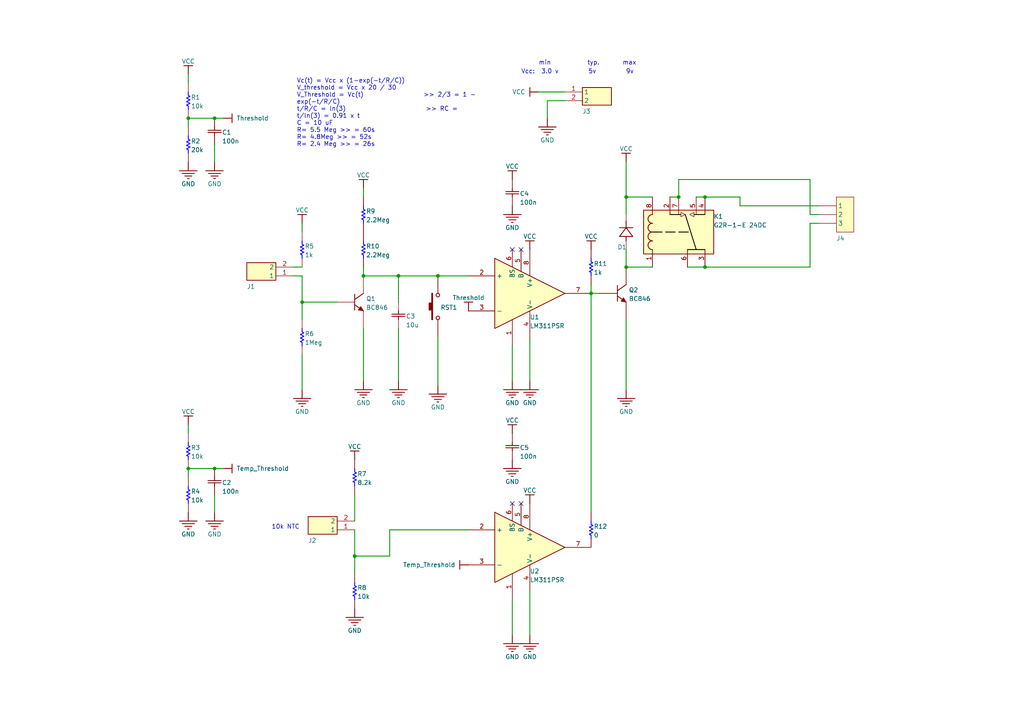
<source format=kicad_sch>
(kicad_sch (version 20230121) (generator eeschema)
  (paper "A4")
  (lib_symbols
    (symbol "MainSheet-altium-import:GND" (power)
      (property "Reference" "#PWR" (at 0 0 0))
      (property "Value" "GND" (at 0 6.35 0))
      (symbol "GND_0_0"
        (polyline (pts (xy -2.54 -2.54) (xy 2.54 -2.54)) (stroke (width 0.254)))
        (polyline (pts (xy -1.778 -3.302) (xy 1.778 -3.302)) (stroke (width 0.254)))
        (polyline (pts (xy -1.016 -4.064) (xy 1.016 -4.064)) (stroke (width 0.254)))
        (polyline (pts (xy -0.254 -4.826) (xy 0.254 -4.826)) (stroke (width 0.254)))
        (polyline (pts (xy 0 0) (xy 0 -2.54)) (stroke (width 0.254)))
        (pin power_in line (at 0 0 0) (length 0) hide (name "GND") (number ""))
      )
    )
    (symbol "MainSheet-altium-import:Temp_Threshold" (power)
      (property "Reference" "#PWR" (at 0 0 0))
      (property "Value" "Temp_Threshold" (at 0 3.81 0))
      (symbol "Temp_Threshold_0_0"
        (polyline (pts (xy -1.27 -2.54) (xy 1.27 -2.54)) (stroke (width 0.254)))
        (polyline (pts (xy 0 0) (xy 0 -2.54)) (stroke (width 0.254)))
        (pin power_in line (at 0 0 0) (length 0) hide (name "Temp_Threshold") (number ""))
      )
    )
    (symbol "MainSheet-altium-import:Threshold" (power)
      (property "Reference" "#PWR" (at 0 0 0))
      (property "Value" "Threshold" (at 0 3.81 0))
      (symbol "Threshold_0_0"
        (polyline (pts (xy -1.27 -2.54) (xy 1.27 -2.54)) (stroke (width 0.254)))
        (polyline (pts (xy 0 0) (xy 0 -2.54)) (stroke (width 0.254)))
        (pin power_in line (at 0 0 0) (length 0) hide (name "Threshold") (number ""))
      )
    )
    (symbol "MainSheet-altium-import:VCC" (power)
      (property "Reference" "#PWR" (at 0 0 0))
      (property "Value" "VCC" (at 0 3.81 0))
      (symbol "VCC_0_0"
        (polyline (pts (xy -1.27 -2.54) (xy 1.27 -2.54)) (stroke (width 0.254)))
        (polyline (pts (xy 0 0) (xy 0 -2.54)) (stroke (width 0.254)))
        (pin power_in line (at 0 0 0) (length 0) hide (name "VCC") (number ""))
      )
    )
    (symbol "MainSheet-altium-import:root_0_B2B-PH-K-S(LF)(SN)"
      (symbol "root_0_B2B-PH-K-S(LF)(SN)_1_0"
        (rectangle (start 8.414 1.27) (end 0 -3.81) (stroke (width 0.254)) (fill (type background)))
        (pin passive line (at -5.08 0 0) (length 5.08) (name "1") (number "1"))
        (pin passive line (at -5.08 -2.54 0) (length 5.08) (name "2") (number "2"))
      )
    )
    (symbol "MainSheet-altium-import:root_0_BC846"
      (symbol "root_0_BC846_1_0"
        (polyline (pts (xy 0 -3.302) (xy 2.54 -5.08)) (stroke (width 0.254)))
        (polyline (pts (xy 0 -0.254) (xy 0 -4.826)) (stroke (width 0.254)))
        (polyline (pts (xy 2.54 0) (xy 0 -1.778)) (stroke (width 0.254)))
        (polyline (pts (xy 2.54 -5.08) (xy 1.778 -3.81) (xy 1.016 -4.826) (xy 2.54 -5.08)) (fill (type outline)))
        (pin passive line (at -5.08 -2.54 0) (length 5.08) (name "B") (number "1"))
        (pin passive line (at 2.54 -10.16 90) (length 5.08) (name "E") (number "2"))
        (pin passive line (at 2.54 5.08 270) (length 5.08) (name "C") (number "3"))
      )
    )
    (symbol "MainSheet-altium-import:root_0_LM311PSR"
      (symbol "root_0_LM311PSR_1_0"
        (polyline (pts (xy 0 10.16) (xy 0 -10.16) (xy 20.32 0) (xy 0 10.16)) (stroke (width 0.254)) (fill (type background)))
        (pin power_in line (at 5.08 -15.24 90) (length 7.62) (name "EMITOUT") (number "1"))
        (pin input line (at -7.62 5.08 0) (length 7.62) (name "+") (number "2"))
        (pin input line (at -7.62 -5.08 0) (length 7.62) (name "-") (number "3"))
        (pin power_in line (at 10.16 -12.7 90) (length 7.62) (name "V-") (number "4"))
        (pin passive line (at 7.62 12.7 270) (length 6.35) (name "B") (number "5"))
        (pin passive line (at 5.08 12.7 270) (length 5.08) (name "BS") (number "6"))
        (pin open_collector line (at 27.94 0 180) (length 7.62) (name "COLOUT") (number "7"))
        (pin power_in line (at 10.16 12.7 270) (length 7.62) (name "V+") (number "8"))
      )
    )
    (symbol "MainSheet-altium-import:root_0_Switch PB"
      (symbol "root_0_Switch PB_1_0"
        (polyline (pts (xy -1.778 5.08) (xy -1.524 5.08) (xy -1.524 12.7) (xy -1.778 12.7) (xy -1.778 9.906) (xy -2.54 9.906) (xy -2.54 7.874) (xy -1.778 7.874) (xy -1.778 5.08)) (stroke (width 0.254)) (fill (type outline)))
        (circle (center 0 5.588) (radius 0.508) (stroke (width 0.254)))
        (circle (center 0 12.192) (radius 0.508) (stroke (width 0.254)))
        (pin passive line (at 0 0 90) (length 5.08) (name "1") (number "1"))
        (pin passive line (at 0 17.78 270) (length 5.08) (name "2") (number "2"))
      )
    )
    (symbol "MainSheet-altium-import:root_1_1N4148WSF-7"
      (symbol "root_1_1N4148WSF-7_1_0"
        (polyline (pts (xy -1.905 3.81) (xy 1.905 3.81)) (stroke (width 0.254)))
        (polyline (pts (xy 0 3.81) (xy 0 2.54)) (stroke (width 0.254)))
        (polyline (pts (xy 0 6.35) (xy -1.905 3.81)) (stroke (width 0.254)))
        (polyline (pts (xy 0 6.35) (xy 0 8.255)) (stroke (width 0.254)))
        (polyline (pts (xy 1.905 3.81) (xy 0 6.35)) (stroke (width 0.254)))
        (polyline (pts (xy 1.905 6.35) (xy -1.905 6.35)) (stroke (width 0.254)))
        (pin passive line (at 0 10.16 270) (length 2.54) (name "1") (number "1"))
        (pin passive line (at 0 0 90) (length 2.54) (name "2") (number "2"))
      )
    )
    (symbol "MainSheet-altium-import:root_1_C0603C106M7PACTU"
      (symbol "root_1_C0603C106M7PACTU_1_0"
        (polyline (pts (xy 0 2.54) (xy 0 3.48)) (stroke (width 0.254)))
        (polyline (pts (xy 0 4.115) (xy 0 5.08)) (stroke (width 0.254)))
        (polyline (pts (xy 1.905 3.48) (xy -1.905 3.48)) (stroke (width 0.254)))
        (polyline (pts (xy 1.905 4.115) (xy -1.905 4.115)) (stroke (width 0.254)))
        (pin passive line (at 0 0 90) (length 2.54) (name "1") (number "1"))
        (pin passive line (at 0 7.62 270) (length 2.54) (name "2") (number "2"))
      )
    )
    (symbol "MainSheet-altium-import:root_1_G2R-1-E 24DC"
      (symbol "root_1_G2R-1-E 24DC_1_0"
        (arc (start 0 -2.54) (mid -1.2645 -3.81) (end 0 -5.08) (stroke (width 0.254)))
        (arc (start 0 0) (mid -1.2645 -1.27) (end 0 -2.54) (stroke (width 0.254)))
        (polyline (pts (xy 0 0) (xy 11.176 0)) (stroke (width 0.254) (type dash) (color 0 0 0 1)))
        (polyline (pts (xy 8.255 5.08) (xy 5.08 5.08)) (stroke (width 0.254) (color 0 0 0 1)))
        (polyline (pts (xy 12.7 -5.08) (xy 9.525 5.08)) (stroke (width 0.254) (color 0 0 0 1)))
        (polyline (pts (xy 15.24 -5.08) (xy 10.16 -5.08)) (stroke (width 0.254) (color 0 0 0 1)))
        (polyline (pts (xy 15.24 5.08) (xy 12.065 5.08)) (stroke (width 0.254) (color 0 0 0 1)))
        (polyline (pts (xy 8.255 4.445) (xy 8.255 5.715) (xy 9.525 5.08) (xy 8.255 4.445)) (fill (type background)))
        (polyline (pts (xy 12.065 5.715) (xy 12.065 4.445) (xy 10.795 5.08) (xy 12.065 5.715)) (fill (type background)))
        (arc (start 0 2.54) (mid -1.2645 1.27) (end 0 0) (stroke (width 0.254)))
        (arc (start 0 5.08) (mid -1.2645 3.81) (end 0 2.54) (stroke (width 0.254)))
        (rectangle (start 17.78 6.35) (end -2.54 -6.35) (stroke (width 0.254)) (fill (type background)))
        (pin passive line (at 0 -10.16 90) (length 5.08) (name "1") (number "1"))
        (pin passive line (at 5.08 10.16 270) (length 5.08) (name "2") (number "2"))
        (pin passive line (at 15.24 -10.16 90) (length 5.08) (name "3") (number "3"))
        (pin passive line (at 15.24 10.16 270) (length 5.08) (name "4") (number "4"))
        (pin passive line (at 12.7 10.16 270) (length 5.08) (name "5") (number "5"))
        (pin passive line (at 10.16 -10.16 90) (length 5.08) (name "6") (number "6"))
        (pin passive line (at 7.62 10.16 270) (length 5.08) (name "7") (number "7"))
        (pin passive line (at 0 10.16 270) (length 5.08) (name "8") (number "8"))
      )
    )
    (symbol "MainSheet-altium-import:root_1_RES 0805 0.125W"
      (symbol "root_1_RES 0805 0.125W_1_0"
        (polyline (pts (xy 0 -2.54) (xy 0 -1.524) (xy -0.508 -1.27) (xy 0.508 -0.762) (xy -0.508 -0.254) (xy 0.508 0.254) (xy -0.508 0.762) (xy 0.508 1.27) (xy 0 1.524) (xy 0 2.54)) (stroke (width 0.254) (color 0 0 255 1)))
        (pin passive line (at 0 5.08 270) (length 2.54) (name "1") (number "1"))
        (pin passive line (at 0 -5.08 90) (length 2.54) (name "2") (number "2"))
      )
    )
    (symbol "MainSheet-altium-import:root_2_3Pin Terminal"
      (symbol "root_2_3Pin Terminal_1_0"
        (rectangle (start 5.08 5.08) (end 0 -5.08) (fill (type background)))
        (pin passive line (at -5.08 2.54 0) (length 5.08) (name "1") (number "1"))
        (pin passive line (at -5.08 0 0) (length 5.08) (name "2") (number "2"))
        (pin passive line (at -5.08 -2.54 0) (length 5.08) (name "3") (number "3"))
      )
    )
    (symbol "MainSheet-altium-import:root_2_B2B-PH-K-S(LF)(SN)"
      (symbol "root_2_B2B-PH-K-S(LF)(SN)_1_0"
        (rectangle (start 0 3.81) (end -8.414 -1.27) (stroke (width 0.254)) (fill (type background)))
        (pin passive line (at 5.08 0 180) (length 5.08) (name "1") (number "1"))
        (pin passive line (at 5.08 2.54 180) (length 5.08) (name "2") (number "2"))
      )
    )
    (symbol "MainSheet-altium-import:root_3_RES 0805 0.125W"
      (symbol "root_3_RES 0805 0.125W_1_0"
        (polyline (pts (xy 0 2.54) (xy 0 1.524) (xy 0.508 1.27) (xy -0.508 0.762) (xy 0.508 0.254) (xy -0.508 -0.254) (xy 0.508 -0.762) (xy -0.508 -1.27) (xy 0 -1.524) (xy 0 -2.54)) (stroke (width 0.254) (color 0 0 255 1)))
        (pin passive line (at 0 -5.08 90) (length 2.54) (name "1") (number "1"))
        (pin passive line (at 0 5.08 270) (length 2.54) (name "2") (number "2"))
      )
    )
  )
  (junction (at 62.23 135.89))
  (junction (at 54.61 135.89))
  (junction (at 204.47 77.47))
  (junction (at 127 80.01))
  (junction (at 54.61 34.29))
  (junction (at 171.45 85.09))
  (junction (at 196.85 57.15))
  (junction (at 181.61 57.15))
  (junction (at 115.57 80.01))
  (junction (at 181.61 77.47))
  (junction (at 204.47 57.15))
  (junction (at 87.63 87.63))
  (junction (at 105.41 80.01))
  (junction (at 102.87 161.29))
  (junction (at 62.23 34.29))
  (no_connect (at 148.59 72.39))
  (no_connect (at 148.59 146.05))
  (no_connect (at 151.13 146.05))
  (no_connect (at 151.13 72.39))
  (wire (pts (xy 194.31 57.15) (xy 196.85 57.15)) (stroke (width 0.254)))
  (wire (pts (xy 62.23 46.99) (xy 62.23 41.91)) (stroke (width 0.254)))
  (wire (pts (xy 204.47 77.47) (xy 199.39 77.47)) (stroke (width 0.254)))
  (wire (pts (xy 148.59 110.49) (xy 148.59 100.33)) (stroke (width 0.254)))
  (wire (pts (xy 181.61 46.99) (xy 181.61 57.15)) (stroke (width 0.254)))
  (wire (pts (xy 113.03 161.29) (xy 102.87 161.29)) (stroke (width 0.254)))
  (wire (pts (xy 87.63 64.77) (xy 87.63 67.31)) (stroke (width 0.254)))
  (wire (pts (xy 62.23 148.59) (xy 62.23 143.51)) (stroke (width 0.254)))
  (wire (pts (xy 54.61 21.59) (xy 54.61 24.13)) (stroke (width 0.254)))
  (wire (pts (xy 214.63 57.15) (xy 204.47 57.15)) (stroke (width 0.254)))
  (wire (pts (xy 115.57 110.49) (xy 115.57 95.25)) (stroke (width 0.254)))
  (wire (pts (xy 105.41 110.49) (xy 105.41 95.25)) (stroke (width 0.254)))
  (wire (pts (xy 62.23 135.89) (xy 64.77 135.89)) (stroke (width 0.254)))
  (wire (pts (xy 204.47 57.15) (xy 201.93 57.15)) (stroke (width 0.254)))
  (wire (pts (xy 156.21 26.67) (xy 163.83 26.67)) (stroke (width 0.254)))
  (wire (pts (xy 171.45 82.55) (xy 171.45 85.09)) (stroke (width 0.254)))
  (wire (pts (xy 54.61 123.19) (xy 54.61 125.73)) (stroke (width 0.254)))
  (wire (pts (xy 158.75 29.21) (xy 163.83 29.21)) (stroke (width 0.254)))
  (wire (pts (xy 87.63 92.71) (xy 87.63 87.63)) (stroke (width 0.254)))
  (wire (pts (xy 87.63 87.63) (xy 97.79 87.63)) (stroke (width 0.254)))
  (wire (pts (xy 153.67 110.49) (xy 153.67 97.79)) (stroke (width 0.254)))
  (wire (pts (xy 148.59 184.15) (xy 148.59 173.99)) (stroke (width 0.254)))
  (wire (pts (xy 62.23 34.29) (xy 64.77 34.29)) (stroke (width 0.254)))
  (wire (pts (xy 102.87 161.29) (xy 102.87 166.37)) (stroke (width 0.254)))
  (wire (pts (xy 115.57 80.01) (xy 105.41 80.01)) (stroke (width 0.254)))
  (wire (pts (xy 54.61 135.89) (xy 62.23 135.89)) (stroke (width 0.254)))
  (wire (pts (xy 214.63 59.69) (xy 214.63 57.15)) (stroke (width 0.254)))
  (wire (pts (xy 135.89 80.01) (xy 127 80.01)) (stroke (width 0.254)))
  (wire (pts (xy 153.67 184.15) (xy 153.67 171.45)) (stroke (width 0.254)))
  (wire (pts (xy 113.03 153.67) (xy 113.03 161.29)) (stroke (width 0.254)))
  (wire (pts (xy 171.45 148.59) (xy 171.45 85.09)) (stroke (width 0.254)))
  (wire (pts (xy 234.95 64.77) (xy 234.95 77.47)) (stroke (width 0.254)))
  (wire (pts (xy 87.63 87.63) (xy 87.63 80.01)) (stroke (width 0.254)))
  (wire (pts (xy 158.75 34.29) (xy 158.75 29.21)) (stroke (width 0.254)))
  (wire (pts (xy 54.61 36.83) (xy 54.61 34.29)) (stroke (width 0.254)))
  (wire (pts (xy 127 111.76) (xy 127 97.79)) (stroke (width 0.254)))
  (wire (pts (xy 54.61 138.43) (xy 54.61 135.89)) (stroke (width 0.254)))
  (wire (pts (xy 234.95 77.47) (xy 204.47 77.47)) (stroke (width 0.254)))
  (wire (pts (xy 135.89 153.67) (xy 113.03 153.67)) (stroke (width 0.254)))
  (wire (pts (xy 237.49 64.77) (xy 234.95 64.77)) (stroke (width 0.254)))
  (wire (pts (xy 115.57 87.63) (xy 115.57 80.01)) (stroke (width 0.254)))
  (wire (pts (xy 54.61 34.29) (xy 62.23 34.29)) (stroke (width 0.254)))
  (wire (pts (xy 105.41 54.61) (xy 105.41 57.15)) (stroke (width 0.254)))
  (wire (pts (xy 87.63 113.03) (xy 87.63 102.87)) (stroke (width 0.254)))
  (wire (pts (xy 234.95 62.23) (xy 237.49 62.23)) (stroke (width 0.254)))
  (wire (pts (xy 171.45 85.09) (xy 173.99 85.09)) (stroke (width 0.254)))
  (wire (pts (xy 196.85 57.15) (xy 196.85 52.07)) (stroke (width 0.254)))
  (wire (pts (xy 196.85 52.07) (xy 234.95 52.07)) (stroke (width 0.254)))
  (wire (pts (xy 127 80.01) (xy 115.57 80.01)) (stroke (width 0.254)))
  (wire (pts (xy 234.95 52.07) (xy 234.95 62.23)) (stroke (width 0.254)))
  (wire (pts (xy 181.61 62.23) (xy 181.61 57.15)) (stroke (width 0.254)))
  (wire (pts (xy 102.87 151.13) (xy 102.87 143.51)) (stroke (width 0.254)))
  (wire (pts (xy 181.61 113.03) (xy 181.61 92.71)) (stroke (width 0.254)))
  (wire (pts (xy 181.61 72.39) (xy 181.61 77.47)) (stroke (width 0.254)))
  (wire (pts (xy 102.87 153.67) (xy 102.87 161.29)) (stroke (width 0.254)))
  (wire (pts (xy 181.61 77.47) (xy 189.23 77.47)) (stroke (width 0.254)))
  (wire (pts (xy 85.09 77.47) (xy 87.63 77.47)) (stroke (width 0.254)))
  (wire (pts (xy 105.41 77.47) (xy 105.41 80.01)) (stroke (width 0.254)))
  (wire (pts (xy 181.61 57.15) (xy 189.23 57.15)) (stroke (width 0.254)))
  (wire (pts (xy 87.63 80.01) (xy 85.09 80.01)) (stroke (width 0.254)))
  (wire (pts (xy 237.49 59.69) (xy 214.63 59.69)) (stroke (width 0.254)))
  (text_box "Vc(t) = Vcc x (1-exp(-t/R/C)) \nV_threshold = Vcc x 20 / 30 \nV_Threshold = Vc(t)                  >> 2/3 = 1 - exp(-t/R/C) \nt/R/C = ln(3)                        >> RC = t/ln(3) = 0.91 x t \nC = 10 uF \nR= 5.5 Meg >> = 60s \nR= 4.8Meg >> = 52s \nR= 2.4 Meg >> = 26s" (at 140.97 21.59 0) (size -55.88 27.94) (stroke (width -0.0001) (color 0 0 0 1)) (effects (font (size 1.27 1.27)) (justify left top)))
  (text "min           typ.       max" (at 156.21 19.05 0) (effects (font (size 1.27 1.27)) (justify left bottom)))
  (text "Vcc:  3.0 v         5v         9v" (at 151.13 21.59 0) (effects (font (size 1.27 1.27)) (justify left bottom)))
  (text "10k NTC" (at 78.74 153.67 0) (effects (font (size 1.27 1.27)) (justify left bottom)))
  (symbol (lib_id "MainSheet-altium-import:GND") (at 153.67 110.49 0) (unit 1)
    (property "Reference" "#PWR026" (effects hide))
    (property "Value" "GND" (at 153.67 116.84 0))
  )
  (symbol (lib_id "MainSheet-altium-import:root_1_C0603C106M7PACTU") (at 62.23 143.51 0) (unit 1)
    (property "Reference" "C2" (at 64.389 140.716 0) (effects (justify left bottom)))
    (property "Value" "100n" (at 64.389 143.256 0) (effects (justify left bottom)))
    (property "Footprint" "CAPC180100_90N_KEM-M" (effects hide))
    (property "MFR_NAME" "Kemet" (effects hide))
    (property "COMPONENTLINK1DESCRIPTION" "ickala" (effects hide))
    (property "COMPONENTLINK1URL" "https://ickala.com/cap-smd-0603/11911-c100nf50vs0603.html" (effects hide))
    (property "FOOTPRINT" "0603" (effects hide))
  )
  (symbol (lib_id "MainSheet-altium-import:root_1_C0603C106M7PACTU") (at 148.59 59.69 0) (unit 1)
    (property "Reference" "C4" (at 150.749 56.896 0) (effects (justify left bottom)))
    (property "Value" "100n" (at 150.749 59.436 0) (effects (justify left bottom)))
    (property "Footprint" "CAPC180100_90N_KEM-M" (effects hide))
    (property "MFR_NAME" "Kemet" (effects hide))
    (property "COMPONENTLINK1DESCRIPTION" "ickala" (effects hide))
    (property "COMPONENTLINK1URL" "https://ickala.com/cap-smd-0603/11911-c100nf50vs0603.html" (effects hide))
    (property "FOOTPRINT" "0603" (effects hide))
  )
  (symbol (lib_id "MainSheet-altium-import:GND") (at 148.59 133.35 0) (unit 1)
    (property "Reference" "#PWR023" (effects hide))
    (property "Value" "GND" (at 148.59 139.7 0))
  )
  (symbol (lib_id "MainSheet-altium-import:root_3_RES 0805 0.125W") (at 102.87 138.43 0) (unit 1)
    (property "Reference" "R7" (at 103.632 138.176 0) (effects (justify left bottom)))
    (property "Value" "8.2k" (at 103.632 140.716 0) (effects (justify left bottom)))
    (property "Footprint" "RESC3413X04N" (effects hide))
    (property "DESC." "RES SMD 0805" (effects hide))
    (property "COMPONENTLINK1DESCRIPTION" "ickala" (effects hide))
    (property "COMPONENTLINK1URL" "https://ickala.com/r0805-5/14349-r82k-0805-5.html" (effects hide))
  )
  (symbol (lib_id "MainSheet-altium-import:root_1_RES 0805 0.125W") (at 87.63 97.79 0) (unit 1)
    (property "Reference" "R6" (at 88.392 97.536 0) (effects (justify left bottom)))
    (property "Value" "1Meg" (at 88.392 100.076 0) (effects (justify left bottom)))
    (property "Footprint" "RESC3413X04N" (effects hide))
    (property "DESC." "RES SMD 0805" (effects hide))
    (property "COMPONENTLINK1DESCRIPTION" "ickala" (effects hide))
    (property "COMPONENTLINK1URL" "https://ickala.com/r0805-5/14268-r1m-0805-5.html" (effects hide))
    (property "FOOTPRINT" "0803" (effects hide))
  )
  (symbol (lib_id "MainSheet-altium-import:VCC") (at 148.59 52.07 180) (unit 1)
    (property "Reference" "#PWR019" (effects hide))
    (property "Value" "VCC" (at 148.59 48.26 0))
  )
  (symbol (lib_id "MainSheet-altium-import:VCC") (at 87.63 64.77 180) (unit 1)
    (property "Reference" "#PWR09" (effects hide))
    (property "Value" "VCC" (at 87.63 60.96 0))
  )
  (symbol (lib_id "MainSheet-altium-import:root_1_RES 0805 0.125W") (at 105.41 62.23 0) (unit 1)
    (property "Reference" "R9" (at 106.172 61.976 0) (effects (justify left bottom)))
    (property "Value" "2.2Meg" (at 106.172 64.516 0) (effects (justify left bottom)))
    (property "Footprint" "RESC3413X04N" (effects hide))
    (property "DESC." "RES SMD 0805" (effects hide))
    (property "COMPONENTLINK1DESCRIPTION" "ic kala" (effects hide))
    (property "COMPONENTLINK1URL" "https://ickala.com/r0805-5/14271-r22m-0805-5.html" (effects hide))
    (property "FOOTPRINT" "0805" (effects hide))
  )
  (symbol (lib_id "MainSheet-altium-import:Temp_Threshold") (at 64.77 135.89 90) (unit 1)
    (property "Reference" "#PWR08" (effects hide))
    (property "Value" "Temp_Threshold" (at 68.58 135.89 90) (effects (justify right)))
  )
  (symbol (lib_id "MainSheet-altium-import:Threshold") (at 64.77 34.29 90) (unit 1)
    (property "Reference" "#PWR07" (effects hide))
    (property "Value" "Threshold" (at 68.58 34.29 90) (effects (justify right)))
  )
  (symbol (lib_id "MainSheet-altium-import:GND") (at 54.61 148.59 0) (unit 1)
    (property "Reference" "#PWR04" (effects hide))
    (property "Value" "GND" (at 54.61 154.94 0))
  )
  (symbol (lib_id "MainSheet-altium-import:root_1_G2R-1-E 24DC") (at 189.23 67.31 0) (unit 1)
    (property "Reference" "K1" (at 207.01 63.5 0) (effects (justify left bottom)))
    (property "Value" "G2R-1-E 24DC" (at 207.01 66.04 0) (effects (justify left bottom)))
    (property "Footprint" "RELAY_G2R-1-E_OMR" (effects hide))
    (property "MFR_NAME" "Omron" (effects hide))
    (property "REFDES" "RefDes" (effects hide))
    (property "TYPE" "Type" (effects hide))
    (property "COMPONENTLINK1DESCRIPTION" "ickala" (effects hide))
    (property "COMPONENTLINK1URL" "https://ickala.com/5v-relay/43074-g2r-1-e-5vdc.html" (effects hide))
  )
  (symbol (lib_id "MainSheet-altium-import:root_0_Switch PB") (at 127 97.79 0) (unit 1)
    (property "Reference" "RST1" (at 127.762 89.916 0) (effects (justify left bottom)))
    (property "Value" "Zero" (effects hide))
    (property "Footprint" "Switch - Push to On" (effects hide))
  )
  (symbol (lib_id "MainSheet-altium-import:root_1_RES 0805 0.125W") (at 105.41 72.39 0) (unit 1)
    (property "Reference" "R10" (at 106.172 72.136 0) (effects (justify left bottom)))
    (property "Value" "2.2Meg" (at 106.172 74.676 0) (effects (justify left bottom)))
    (property "Footprint" "RESC3413X04N" (effects hide))
    (property "DESC." "RES SMD 0805" (effects hide))
    (property "COMPONENTLINK1DESCRIPTION" "ic kala" (effects hide))
    (property "COMPONENTLINK1URL" "https://ickala.com/r0805-5/14271-r22m-0805-5.html" (effects hide))
    (property "FOOTPRINT" "0805" (effects hide))
  )
  (symbol (lib_id "MainSheet-altium-import:root_1_C0603C106M7PACTU") (at 62.23 41.91 0) (unit 1)
    (property "Reference" "C1" (at 64.389 39.116 0) (effects (justify left bottom)))
    (property "Value" "100n" (at 64.389 41.656 0) (effects (justify left bottom)))
    (property "Footprint" "CAPC180100_90N_KEM-M" (effects hide))
    (property "MFR_NAME" "Kemet" (effects hide))
    (property "COMPONENTLINK1DESCRIPTION" "ickala" (effects hide))
    (property "COMPONENTLINK1URL" "https://ickala.com/cap-smd-0603/11911-c100nf50vs0603.html" (effects hide))
    (property "FOOTPRINT" "0603" (effects hide))
  )
  (symbol (lib_id "MainSheet-altium-import:VCC") (at 156.21 26.67 270) (unit 1)
    (property "Reference" "#PWR029" (effects hide))
    (property "Value" "VCC" (at 152.4 26.67 90) (effects (justify right)))
  )
  (symbol (lib_id "MainSheet-altium-import:root_2_B2B-PH-K-S(LF)(SN)") (at 80.01 80.01 0) (unit 1)
    (property "Reference" "J1" (at 71.596 83.82 0) (effects (justify left bottom)))
    (property "Value" "B2B-PH-K-S(LF)(SN)" (effects hide))
    (property "Footprint" "JST_B2B-PH-K-S(LF)(SN)" (effects hide))
    (property "SNAPEDA_LINK" "https://www.snapeda.com/parts/B2B-PH-K-S%20(LF)(SN)/JST/view-part/?ref=snap" (effects hide))
    (property "PACKAGE" "None" (effects hide))
    (property "ALTIUM_VALUE" "*" (effects hide))
    (property "MF" "JST" (effects hide))
    (property "MP" "B2B-PH-K-S (LF)(SN)" (effects hide))
    (property "CHECK_PRICES" "https://www.snapeda.com/parts/B2B-PH-K-S%20(LF)(SN)/JST/view-part/?ref=eda" (effects hide))
  )
  (symbol (lib_id "MainSheet-altium-import:root_1_C0603C106M7PACTU") (at 115.57 95.25 0) (unit 1)
    (property "Reference" "C3" (at 117.729 92.456 0) (effects (justify left bottom)))
    (property "Value" "10u" (at 117.729 94.996 0) (effects (justify left bottom)))
    (property "Footprint" "CAPC180100_90N_KEM-M" (effects hide))
    (property "MFR_NAME" "Kemet" (effects hide))
    (property "COMPONENTLINK1DESCRIPTION" "ickala" (effects hide))
    (property "COMPONENTLINK1URL" "https://ickala.com/cap-smd-0603/17293-c10uf50vs0603.html" (effects hide))
    (property "FOOTPRINT" "0603" (effects hide))
  )
  (symbol (lib_id "MainSheet-altium-import:VCC") (at 148.59 125.73 180) (unit 1)
    (property "Reference" "#PWR022" (effects hide))
    (property "Value" "VCC" (at 148.59 121.92 0))
  )
  (symbol (lib_id "MainSheet-altium-import:VCC") (at 54.61 123.19 180) (unit 1)
    (property "Reference" "#PWR03" (effects hide))
    (property "Value" "VCC" (at 54.61 119.38 0))
  )
  (symbol (lib_id "MainSheet-altium-import:Temp_Threshold") (at 135.89 163.83 270) (unit 1)
    (property "Reference" "#PWR018" (effects hide))
    (property "Value" "Temp_Threshold" (at 132.08 163.83 90) (effects (justify right)))
  )
  (symbol (lib_id "MainSheet-altium-import:root_3_RES 0805 0.125W") (at 54.61 130.81 0) (unit 1)
    (property "Reference" "R3" (at 55.372 130.556 0) (effects (justify left bottom)))
    (property "Value" "10k" (at 55.372 133.096 0) (effects (justify left bottom)))
    (property "Footprint" "RESC3413X04N" (effects hide))
    (property "DESC." "RES SMD 0805" (effects hide))
    (property "COMPONENTLINK1DESCRIPTION" "ickala" (effects hide))
    (property "COMPONENTLINK1URL" "https://ickala.com/r0805-5/12395-r10k-0805-5.html" (effects hide))
  )
  (symbol (lib_id "MainSheet-altium-import:GND") (at 115.57 110.49 0) (unit 1)
    (property "Reference" "#PWR015" (effects hide))
    (property "Value" "GND" (at 115.57 116.84 0))
  )
  (symbol (lib_id "MainSheet-altium-import:root_0_LM311PSR") (at 143.51 85.09 0) (unit 1)
    (property "Reference" "U1" (at 153.67 92.71 0) (effects (justify left bottom)))
    (property "Value" "LM311PSR" (at 153.67 95.25 0) (effects (justify left bottom)))
    (property "Footprint" "SO-8_STM-L" (effects hide))
    (property "MFR_NAME" "Texas Instruments" (effects hide))
    (property "REFDES" "RefDes" (effects hide))
    (property "TYPE" "Type" (effects hide))
    (property "COMPONENTLINK1DESCRIPTION" "ic kala" (effects hide))
    (property "COMPONENTLINK1URL" "https://ickala.com/ic-comarators/24740-lm311dr.html" (effects hide))
  )
  (symbol (lib_id "MainSheet-altium-import:root_1_C0603C106M7PACTU") (at 148.59 133.35 0) (unit 1)
    (property "Reference" "C5" (at 150.749 130.556 0) (effects (justify left bottom)))
    (property "Value" "100n" (at 150.749 133.096 0) (effects (justify left bottom)))
    (property "Footprint" "CAPC180100_90N_KEM-M" (effects hide))
    (property "MFR_NAME" "Kemet" (effects hide))
    (property "COMPONENTLINK1DESCRIPTION" "ickala" (effects hide))
    (property "COMPONENTLINK1URL" "https://ickala.com/cap-smd-0603/11911-c100nf50vs0603.html" (effects hide))
    (property "FOOTPRINT" "0603" (effects hide))
  )
  (symbol (lib_id "MainSheet-altium-import:root_0_LM311PSR") (at 143.51 158.75 0) (unit 1)
    (property "Reference" "U2" (at 153.67 166.37 0) (effects (justify left bottom)))
    (property "Value" "LM311PSR" (at 153.67 168.91 0) (effects (justify left bottom)))
    (property "Footprint" "SO-8_STM-L" (effects hide))
    (property "MFR_NAME" "Texas Instruments" (effects hide))
    (property "REFDES" "RefDes" (effects hide))
    (property "TYPE" "Type" (effects hide))
    (property "COMPONENTLINK1DESCRIPTION" "ic kala" (effects hide))
    (property "COMPONENTLINK1URL" "https://ickala.com/ic-comarators/24740-lm311dr.html" (effects hide))
  )
  (symbol (lib_id "MainSheet-altium-import:Threshold") (at 135.89 90.17 180) (unit 1)
    (property "Reference" "#PWR017" (effects hide))
    (property "Value" "Threshold" (at 135.89 86.36 0))
  )
  (symbol (lib_id "MainSheet-altium-import:GND") (at 127 111.76 0) (unit 1)
    (property "Reference" "#PWR016" (effects hide))
    (property "Value" "GND" (at 127 118.11 0))
  )
  (symbol (lib_id "MainSheet-altium-import:root_3_RES 0805 0.125W") (at 54.61 29.21 0) (unit 1)
    (property "Reference" "R1" (at 55.372 28.956 0) (effects (justify left bottom)))
    (property "Value" "10k" (at 55.372 31.496 0) (effects (justify left bottom)))
    (property "Footprint" "RESC3413X04N" (effects hide))
    (property "DESC." "RES SMD 0805" (effects hide))
    (property "COMPONENTLINK1DESCRIPTION" "ickala" (effects hide))
    (property "COMPONENTLINK1URL" "https://ickala.com/r0805-5/12395-r10k-0805-5.html" (effects hide))
  )
  (symbol (lib_id "MainSheet-altium-import:root_1_1N4148WSF-7") (at 181.61 72.39 0) (unit 1)
    (property "Reference" "D1" (at 179.07 72.39 0) (effects (justify left bottom)))
    (property "Value" "1N4148WSF-7" (effects hide))
    (property "Footprint" "SOD323F_DIO-L" (effects hide))
    (property "MFR_NAME" "Diodes Inc" (effects hide))
    (property "COMPONENTLINK1DESCRIPTION" "ickala" (effects hide))
    (property "COMPONENTLINK1URL" "https://ickala.com/standard-diode/39398-1n4148ws.html" (effects hide))
  )
  (symbol (lib_id "MainSheet-altium-import:root_3_RES 0805 0.125W") (at 171.45 153.67 0) (unit 1)
    (property "Reference" "R12" (at 172.212 153.416 0) (effects (justify left bottom)))
    (property "Value" "0" (at 172.212 155.956 0) (effects (justify left bottom)))
    (property "Footprint" "RESC3413X04N" (effects hide))
    (property "DESC." "RES SMD 0805" (effects hide))
    (property "COMPONENTLINK1DESCRIPTION" "Javan" (effects hide))
  )
  (symbol (lib_id "MainSheet-altium-import:GND") (at 62.23 46.99 0) (unit 1)
    (property "Reference" "#PWR05" (effects hide))
    (property "Value" "GND" (at 62.23 53.34 0))
  )
  (symbol (lib_id "MainSheet-altium-import:GND") (at 153.67 184.15 0) (unit 1)
    (property "Reference" "#PWR028" (effects hide))
    (property "Value" "GND" (at 153.67 190.5 0))
  )
  (symbol (lib_id "MainSheet-altium-import:root_3_RES 0805 0.125W") (at 54.61 143.51 0) (unit 1)
    (property "Reference" "R4" (at 55.372 143.256 0) (effects (justify left bottom)))
    (property "Value" "10k" (at 55.372 145.796 0) (effects (justify left bottom)))
    (property "Footprint" "RESC3413X04N" (effects hide))
    (property "DESC." "RES SMD 0805" (effects hide))
    (property "COMPONENTLINK1DESCRIPTION" "ickala" (effects hide))
    (property "COMPONENTLINK1URL" "https://ickala.com/r0805-5/12395-r10k-0805-5.html" (effects hide))
  )
  (symbol (lib_id "MainSheet-altium-import:GND") (at 148.59 59.69 0) (unit 1)
    (property "Reference" "#PWR020" (effects hide))
    (property "Value" "GND" (at 148.59 66.04 0))
  )
  (symbol (lib_id "MainSheet-altium-import:VCC") (at 181.61 46.99 180) (unit 1)
    (property "Reference" "#PWR032" (effects hide))
    (property "Value" "VCC" (at 181.61 43.18 0))
  )
  (symbol (lib_id "MainSheet-altium-import:VCC") (at 102.87 133.35 180) (unit 1)
    (property "Reference" "#PWR011" (effects hide))
    (property "Value" "VCC" (at 102.87 129.54 0))
  )
  (symbol (lib_id "MainSheet-altium-import:GND") (at 148.59 110.49 0) (unit 1)
    (property "Reference" "#PWR021" (effects hide))
    (property "Value" "GND" (at 148.59 116.84 0))
  )
  (symbol (lib_id "MainSheet-altium-import:root_0_BC846") (at 102.87 85.09 0) (unit 1)
    (property "Reference" "Q1" (at 106.172 87.376 0) (effects (justify left bottom)))
    (property "Value" "BC846" (at 106.172 89.916 0) (effects (justify left bottom)))
    (property "Footprint" "SOT23_N" (effects hide))
    (property "PACKAGEREFERENCE" "SOT23" (effects hide))
    (property "COMPONENTLINK1DESCRIPTION" "Javan" (effects hide))
    (property "COMPONENTLINK1URL" "https://www.javanelec.com/Shops?productCategory=884#dtl/7151" (effects hide))
    (property "COMPONENTLINK2DESCRIPTION" "Paya" (effects hide))
    (property "COMPONENTLINK2URL" "available" (effects hide))
    (property "COMPONENTLINK3DESCRIPTION" "ickala" (effects hide))
    (property "COMPONENTLINK3URL" "https://ickala.com/bjt-parts/12141-bc846b.html?search_query=BC846&results=1" (effects hide))
  )
  (symbol (lib_id "MainSheet-altium-import:GND") (at 105.41 110.49 0) (unit 1)
    (property "Reference" "#PWR014" (effects hide))
    (property "Value" "GND" (at 105.41 116.84 0))
  )
  (symbol (lib_id "MainSheet-altium-import:GND") (at 102.87 176.53 0) (unit 1)
    (property "Reference" "#PWR012" (effects hide))
    (property "Value" "GND" (at 102.87 182.88 0))
  )
  (symbol (lib_id "MainSheet-altium-import:root_3_RES 0805 0.125W") (at 102.87 171.45 0) (unit 1)
    (property "Reference" "R8" (at 103.632 171.196 0) (effects (justify left bottom)))
    (property "Value" "10k" (at 103.632 173.736 0) (effects (justify left bottom)))
    (property "Footprint" "RESC3413X04N" (effects hide))
    (property "DESC." "RES SMD 0805" (effects hide))
    (property "COMPONENTLINK1DESCRIPTION" "ickala" (effects hide))
    (property "COMPONENTLINK1URL" "https://ickala.com/r0805-5/12395-r10k-0805-5.html" (effects hide))
  )
  (symbol (lib_id "MainSheet-altium-import:VCC") (at 153.67 146.05 180) (unit 1)
    (property "Reference" "#PWR027" (effects hide))
    (property "Value" "VCC" (at 153.67 142.24 0))
  )
  (symbol (lib_id "MainSheet-altium-import:VCC") (at 54.61 21.59 180) (unit 1)
    (property "Reference" "#PWR01" (effects hide))
    (property "Value" "VCC" (at 54.61 17.78 0))
  )
  (symbol (lib_id "MainSheet-altium-import:VCC") (at 153.67 72.39 180) (unit 1)
    (property "Reference" "#PWR025" (effects hide))
    (property "Value" "VCC" (at 153.67 68.58 0))
  )
  (symbol (lib_id "MainSheet-altium-import:GND") (at 54.61 46.99 0) (unit 1)
    (property "Reference" "#PWR02" (effects hide))
    (property "Value" "GND" (at 54.61 53.34 0))
  )
  (symbol (lib_id "MainSheet-altium-import:GND") (at 148.59 184.15 0) (unit 1)
    (property "Reference" "#PWR024" (effects hide))
    (property "Value" "GND" (at 148.59 190.5 0))
  )
  (symbol (lib_id "MainSheet-altium-import:GND") (at 158.75 34.29 0) (unit 1)
    (property "Reference" "#PWR030" (effects hide))
    (property "Value" "GND" (at 158.75 40.64 0))
  )
  (symbol (lib_id "MainSheet-altium-import:root_0_B2B-PH-K-S(LF)(SN)") (at 168.91 26.67 0) (unit 1)
    (property "Reference" "J3" (at 168.91 33.02 0) (effects (justify left bottom)))
    (property "Value" "B2B-PH-K-S(LF)(SN)" (effects hide))
    (property "Footprint" "JST_B2B-PH-K-S(LF)(SN)" (effects hide))
    (property "SNAPEDA_LINK" "https://www.snapeda.com/parts/B2B-PH-K-S%20(LF)(SN)/JST/view-part/?ref=snap" (effects hide))
    (property "PACKAGE" "None" (effects hide))
    (property "ALTIUM_VALUE" "*" (effects hide))
    (property "MF" "JST" (effects hide))
    (property "MP" "B2B-PH-K-S (LF)(SN)" (effects hide))
    (property "CHECK_PRICES" "https://www.snapeda.com/parts/B2B-PH-K-S%20(LF)(SN)/JST/view-part/?ref=eda" (effects hide))
  )
  (symbol (lib_id "MainSheet-altium-import:GND") (at 181.61 113.03 0) (unit 1)
    (property "Reference" "#PWR033" (effects hide))
    (property "Value" "GND" (at 181.61 119.38 0))
  )
  (symbol (lib_id "MainSheet-altium-import:root_3_RES 0805 0.125W") (at 54.61 41.91 0) (unit 1)
    (property "Reference" "R2" (at 55.372 41.656 0) (effects (justify left bottom)))
    (property "Value" "20k" (at 55.372 44.196 0) (effects (justify left bottom)))
    (property "Footprint" "RESC3413X04N" (effects hide))
    (property "DESC." "RES SMD 0805" (effects hide))
    (property "COMPONENTLINK1DESCRIPTION" "ickala" (effects hide))
    (property "COMPONENTLINK1URL" "https://ickala.com/r0805-5/14277-r20k-0805-5.html" (effects hide))
  )
  (symbol (lib_id "MainSheet-altium-import:root_2_3Pin Terminal") (at 242.57 62.23 0) (unit 1)
    (property "Reference" "J4" (at 242.57 69.85 0) (effects (justify left bottom)))
    (property "Value" "2Pin Terminal" (effects hide))
    (property "Footprint" "KF301 2PIN" (effects hide))
    (property "COMPONENTLINK1DESCRIPTION" "ickala" (effects hide))
    (property "COMPONENTLINK1URL" "https://ickala.com/pluggable-terminal/44373-%D8%AA%D8%B1%D9%85%DB%8C%D9%86%D8%A7%D9%84-2-%D9%BE%DB%8C%DA%86.html" (effects hide))
  )
  (symbol (lib_id "MainSheet-altium-import:VCC") (at 171.45 72.39 180) (unit 1)
    (property "Reference" "#PWR031" (effects hide))
    (property "Value" "VCC" (at 171.45 68.58 0))
  )
  (symbol (lib_id "MainSheet-altium-import:GND") (at 87.63 113.03 0) (unit 1)
    (property "Reference" "#PWR010" (effects hide))
    (property "Value" "GND" (at 87.63 119.38 0))
  )
  (symbol (lib_id "MainSheet-altium-import:GND") (at 62.23 148.59 0) (unit 1)
    (property "Reference" "#PWR06" (effects hide))
    (property "Value" "GND" (at 62.23 154.94 0))
  )
  (symbol (lib_id "MainSheet-altium-import:VCC") (at 105.41 54.61 180) (unit 1)
    (property "Reference" "#PWR013" (effects hide))
    (property "Value" "VCC" (at 105.41 50.8 0))
  )
  (symbol (lib_id "MainSheet-altium-import:root_3_RES 0805 0.125W") (at 171.45 77.47 0) (unit 1)
    (property "Reference" "R11" (at 172.212 77.216 0) (effects (justify left bottom)))
    (property "Value" "1k" (at 172.212 79.756 0) (effects (justify left bottom)))
    (property "Footprint" "RESC3413X04N" (effects hide))
    (property "DESC." "RES SMD 0805" (effects hide))
    (property "COMPONENTLINK1DESCRIPTION" "Javan" (effects hide))
    (property "COMPONENTLINK1URL" "https://www.javanelec.com/Shops?searchFilter=BC856#dtl/3997" (effects hide))
  )
  (symbol (lib_id "MainSheet-altium-import:root_2_B2B-PH-K-S(LF)(SN)") (at 97.79 153.67 0) (unit 1)
    (property "Reference" "J2" (at 89.376 157.48 0) (effects (justify left bottom)))
    (property "Value" "B2B-PH-K-S(LF)(SN)" (effects hide))
    (property "Footprint" "JST_B2B-PH-K-S(LF)(SN)" (effects hide))
    (property "SNAPEDA_LINK" "https://www.snapeda.com/parts/B2B-PH-K-S%20(LF)(SN)/JST/view-part/?ref=snap" (effects hide))
    (property "PACKAGE" "None" (effects hide))
    (property "ALTIUM_VALUE" "*" (effects hide))
    (property "MF" "JST" (effects hide))
    (property "MP" "B2B-PH-K-S (LF)(SN)" (effects hide))
    (property "CHECK_PRICES" "https://www.snapeda.com/parts/B2B-PH-K-S%20(LF)(SN)/JST/view-part/?ref=eda" (effects hide))
  )
  (symbol (lib_id "MainSheet-altium-import:root_0_BC846") (at 179.07 82.55 0) (unit 1)
    (property "Reference" "Q2" (at 182.372 84.836 0) (effects (justify left bottom)))
    (property "Value" "BC846" (at 182.372 87.376 0) (effects (justify left bottom)))
    (property "Footprint" "SOT23_N" (effects hide))
    (property "PACKAGEREFERENCE" "SOT23" (effects hide))
    (property "COMPONENTLINK1DESCRIPTION" "Javan" (effects hide))
    (property "COMPONENTLINK1URL" "https://www.javanelec.com/Shops?productCategory=884#dtl/7151" (effects hide))
    (property "COMPONENTLINK2DESCRIPTION" "Paya" (effects hide))
    (property "COMPONENTLINK2URL" "available" (effects hide))
    (property "COMPONENTLINK3DESCRIPTION" "ickala" (effects hide))
    (property "COMPONENTLINK3URL" "https://ickala.com/bjt-parts/12141-bc846b.html?search_query=BC846&results=1" (effects hide))
  )
  (symbol (lib_id "MainSheet-altium-import:root_3_RES 0805 0.125W") (at 87.63 72.39 0) (unit 1)
    (property "Reference" "R5" (at 88.392 72.136 0) (effects (justify left bottom)))
    (property "Value" "1k" (at 88.392 74.676 0) (effects (justify left bottom)))
    (property "Footprint" "RESC3413X04N" (effects hide))
    (property "DESC." "RES SMD 0805" (effects hide))
    (property "COMPONENTLINK1DESCRIPTION" "Javan" (effects hide))
    (property "COMPONENTLINK1URL" "https://www.javanelec.com/Shops?searchFilter=BC856#dtl/3997" (effects hide))
  )
)
</source>
